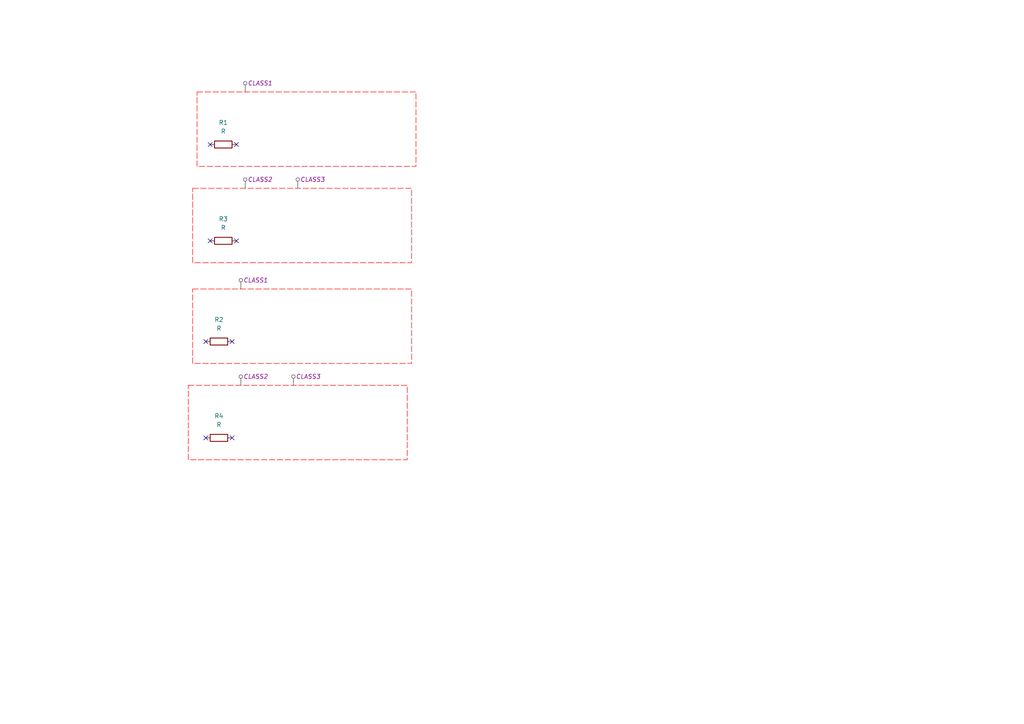
<source format=kicad_sch>
(kicad_sch (version 20241004) (generator "eeschema") (generator_version "8.99")
  (paper "A4")
  (lib_symbols
    (symbol "Device:R" (pin_numbers (hide yes)) (pin_names (offset 0))
      (property "Reference" "R" (at 2.032 0 90))
      (property "Value" "R" (at 0 0 90))
      (symbol "R_0_1"
        (rectangle (start -1.016 -2.54) (end 1.016 2.54) (stroke (width 0.254)))
      )
      (symbol "R_1_1"
        (pin passive line (at 0 3.81 270) (length 1.27) (name "~") (number "1"))
        (pin passive line (at 0 -3.81 90) (length 1.27) (name "~") (number "2"))
      )
    )
  )
  (no_connect (at 68.58 41.91))
  (no_connect (at 67.31 99.06))
  (no_connect (at 67.31 127))
  (no_connect (at 60.96 41.91))
  (no_connect (at 59.69 127))
  (no_connect (at 68.58 69.85))
  (no_connect (at 60.96 69.85))
  (no_connect (at 59.69 99.06))
  (rule_area (polyline (pts (xy 54.61 111.76) (xy 118.11 111.76) (xy 118.11 133.35) (xy 54.61 133.35)) (stroke (width 0) (type dash))))
  (rule_area (polyline (pts (xy 57.15 26.67) (xy 120.65 26.67) (xy 120.65 48.26) (xy 57.15 48.26)) (stroke (width 0) (type dash))))
  (rule_area (polyline (pts (xy 55.88 54.61) (xy 119.38 54.61) (xy 119.38 76.2) (xy 55.88 76.2)) (stroke (width 0) (type dash))))
  (rule_area (polyline (pts (xy 55.88 83.82) (xy 119.38 83.82) (xy 119.38 105.41) (xy 55.88 105.41)) (stroke (width 0) (type dash))))
  (netclass_flag "" (length 2.54) (shape round) (at 71.12 54.61 0) (property "Component Class" "CLASS2" (at 71.8185 52.07 0) (effects (font (italic yes)) (justify left))))
  (netclass_flag "" (length 2.54) (shape round) (at 71.12 26.67 0) (property "Component Class" "CLASS1" (at 71.8185 24.13 0) (effects (font (italic yes)) (justify left))))
  (netclass_flag "" (length 2.54) (shape round) (at 85.09 111.76 0) (property "Component Class" "CLASS3" (at 85.7885 109.22 0) (effects (font (italic yes)) (justify left))))
  (netclass_flag "" (length 2.54) (shape round) (at 69.85 83.82 0) (property "Component Class" "CLASS1" (at 70.5485 81.28 0) (effects (font (italic yes)) (justify left))))
  (netclass_flag "" (length 2.54) (shape round) (at 86.36 54.61 0) (property "Component Class" "CLASS3" (at 87.0585 52.07 0) (effects (font (italic yes)) (justify left))))
  (netclass_flag "" (length 2.54) (shape round) (at 69.85 111.76 0) (property "Component Class" "CLASS2" (at 70.5485 109.22 0) (effects (font (italic yes)) (justify left))))
  (symbol (lib_id "Device:R") (at 63.5 127 90) (unit 1)
    (property "Reference" "R4" (at 63.5 120.65 90))
    (property "Value" "R" (at 63.5 123.19 90))
    (property "Footprint" "Resistor_SMD:R_0603_1608Metric" (effects (hide yes)))
    (property "Description" "Resistor" (effects (hide yes)))
  )
  (symbol (lib_id "Device:R") (at 64.77 41.91 90) (unit 1)
    (property "Reference" "R1" (at 64.77 35.56 90))
    (property "Value" "R" (at 64.77 38.1 90))
    (property "Footprint" "Resistor_SMD:R_0603_1608Metric" (effects (hide yes)))
    (property "Description" "Resistor" (effects (hide yes)))
  )
  (symbol (lib_id "Device:R") (at 63.5 99.06 90) (unit 1)
    (property "Reference" "R2" (at 63.5 92.71 90))
    (property "Value" "R" (at 63.5 95.25 90))
    (property "Footprint" "Resistor_SMD:R_0603_1608Metric" (effects (hide yes)))
    (property "Description" "Resistor" (effects (hide yes)))
  )
  (symbol (lib_id "Device:R") (at 64.77 69.85 90) (unit 1)
    (property "Reference" "R3" (at 64.77 63.5 90))
    (property "Value" "R" (at 64.77 66.04 90))
    (property "Footprint" "Resistor_SMD:R_0603_1608Metric" (effects (hide yes)))
    (property "Description" "Resistor" (effects (hide yes)))
  )
)
</source>
